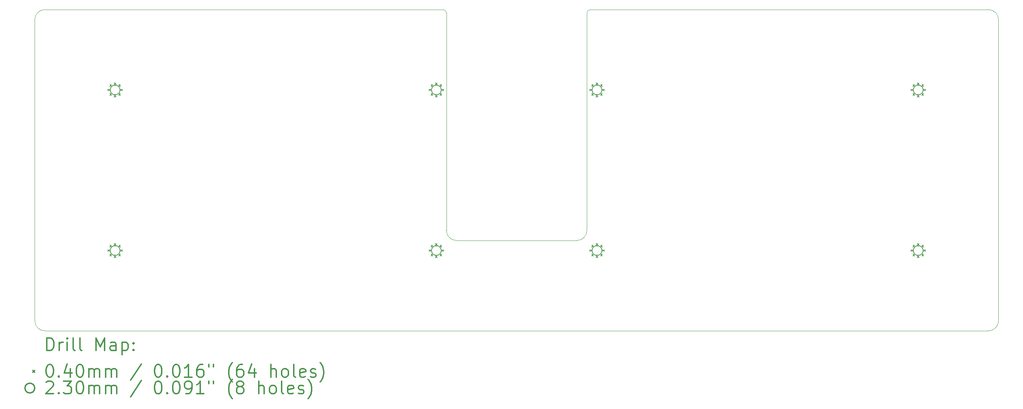
<source format=gbr>
%FSLAX45Y45*%
G04 Gerber Fmt 4.5, Leading zero omitted, Abs format (unit mm)*
G04 Created by KiCad (PCBNEW 5.1.9+dfsg1-1) date 2022-03-28 15:57:16*
%MOMM*%
%LPD*%
G01*
G04 APERTURE LIST*
%TA.AperFunction,Profile*%
%ADD10C,0.050000*%
%TD*%
%ADD11C,0.200000*%
%ADD12C,0.300000*%
G04 APERTURE END LIST*
D10*
X17145000Y-3175000D02*
X17303750Y-3175000D01*
X17065625Y-3413125D02*
X17065625Y-3254375D01*
X17065625Y-3254375D02*
G75*
G02*
X17145000Y-3175000I79375J0D01*
G01*
X13652500Y-3175000D02*
X13493750Y-3175000D01*
X13731875Y-3413125D02*
X13731875Y-3254375D01*
X13652500Y-3175000D02*
G75*
G02*
X13731875Y-3254375I0J-79375D01*
G01*
X17303750Y-3175000D02*
X26590625Y-3175000D01*
X17065625Y-8413750D02*
X17065625Y-3413125D01*
X13970000Y-8651875D02*
X16827500Y-8651875D01*
X13731875Y-3413125D02*
X13731875Y-8413750D01*
X4206875Y-3175000D02*
X13493750Y-3175000D01*
X26828750Y-3413125D02*
X26828750Y-10556875D01*
X3968750Y-10556875D02*
X3968750Y-3413125D01*
X26590625Y-10795000D02*
X4206875Y-10795000D01*
X26828750Y-10556875D02*
G75*
G02*
X26590625Y-10795000I-238125J0D01*
G01*
X26590625Y-3175000D02*
G75*
G02*
X26828750Y-3413125I0J-238125D01*
G01*
X17065625Y-8413750D02*
G75*
G02*
X16827500Y-8651875I-238125J0D01*
G01*
X13970000Y-8651875D02*
G75*
G02*
X13731875Y-8413750I0J238125D01*
G01*
X4206875Y-10795000D02*
G75*
G02*
X3968750Y-10556875I0J238125D01*
G01*
X3968750Y-3413125D02*
G75*
G02*
X4206875Y-3175000I238125J0D01*
G01*
D11*
X5703750Y-5060000D02*
X5743750Y-5100000D01*
X5743750Y-5060000D02*
X5703750Y-5100000D01*
X5703750Y-8870000D02*
X5743750Y-8910000D01*
X5743750Y-8870000D02*
X5703750Y-8910000D01*
X5747750Y-4954000D02*
X5787750Y-4994000D01*
X5787750Y-4954000D02*
X5747750Y-4994000D01*
X5747750Y-5166000D02*
X5787750Y-5206000D01*
X5787750Y-5166000D02*
X5747750Y-5206000D01*
X5747750Y-8764000D02*
X5787750Y-8804000D01*
X5787750Y-8764000D02*
X5747750Y-8804000D01*
X5747750Y-8976000D02*
X5787750Y-9016000D01*
X5787750Y-8976000D02*
X5747750Y-9016000D01*
X5853750Y-4910000D02*
X5893750Y-4950000D01*
X5893750Y-4910000D02*
X5853750Y-4950000D01*
X5853750Y-5210000D02*
X5893750Y-5250000D01*
X5893750Y-5210000D02*
X5853750Y-5250000D01*
X5853750Y-8720000D02*
X5893750Y-8760000D01*
X5893750Y-8720000D02*
X5853750Y-8760000D01*
X5853750Y-9020000D02*
X5893750Y-9060000D01*
X5893750Y-9020000D02*
X5853750Y-9060000D01*
X5959750Y-4954000D02*
X5999750Y-4994000D01*
X5999750Y-4954000D02*
X5959750Y-4994000D01*
X5959750Y-5166000D02*
X5999750Y-5206000D01*
X5999750Y-5166000D02*
X5959750Y-5206000D01*
X5959750Y-8764000D02*
X5999750Y-8804000D01*
X5999750Y-8764000D02*
X5959750Y-8804000D01*
X5959750Y-8976000D02*
X5999750Y-9016000D01*
X5999750Y-8976000D02*
X5959750Y-9016000D01*
X6003750Y-5060000D02*
X6043750Y-5100000D01*
X6043750Y-5060000D02*
X6003750Y-5100000D01*
X6003750Y-8870000D02*
X6043750Y-8910000D01*
X6043750Y-8870000D02*
X6003750Y-8910000D01*
X13323750Y-5060000D02*
X13363750Y-5100000D01*
X13363750Y-5060000D02*
X13323750Y-5100000D01*
X13323750Y-8870000D02*
X13363750Y-8910000D01*
X13363750Y-8870000D02*
X13323750Y-8910000D01*
X13367750Y-4954000D02*
X13407750Y-4994000D01*
X13407750Y-4954000D02*
X13367750Y-4994000D01*
X13367750Y-5166000D02*
X13407750Y-5206000D01*
X13407750Y-5166000D02*
X13367750Y-5206000D01*
X13367750Y-8764000D02*
X13407750Y-8804000D01*
X13407750Y-8764000D02*
X13367750Y-8804000D01*
X13367750Y-8976000D02*
X13407750Y-9016000D01*
X13407750Y-8976000D02*
X13367750Y-9016000D01*
X13473750Y-4910000D02*
X13513750Y-4950000D01*
X13513750Y-4910000D02*
X13473750Y-4950000D01*
X13473750Y-5210000D02*
X13513750Y-5250000D01*
X13513750Y-5210000D02*
X13473750Y-5250000D01*
X13473750Y-8720000D02*
X13513750Y-8760000D01*
X13513750Y-8720000D02*
X13473750Y-8760000D01*
X13473750Y-9020000D02*
X13513750Y-9060000D01*
X13513750Y-9020000D02*
X13473750Y-9060000D01*
X13579750Y-4954000D02*
X13619750Y-4994000D01*
X13619750Y-4954000D02*
X13579750Y-4994000D01*
X13579750Y-5166000D02*
X13619750Y-5206000D01*
X13619750Y-5166000D02*
X13579750Y-5206000D01*
X13579750Y-8764000D02*
X13619750Y-8804000D01*
X13619750Y-8764000D02*
X13579750Y-8804000D01*
X13579750Y-8976000D02*
X13619750Y-9016000D01*
X13619750Y-8976000D02*
X13579750Y-9016000D01*
X13623750Y-5060000D02*
X13663750Y-5100000D01*
X13663750Y-5060000D02*
X13623750Y-5100000D01*
X13623750Y-8870000D02*
X13663750Y-8910000D01*
X13663750Y-8870000D02*
X13623750Y-8910000D01*
X17133750Y-5060000D02*
X17173750Y-5100000D01*
X17173750Y-5060000D02*
X17133750Y-5100000D01*
X17133750Y-8870000D02*
X17173750Y-8910000D01*
X17173750Y-8870000D02*
X17133750Y-8910000D01*
X17177750Y-4954000D02*
X17217750Y-4994000D01*
X17217750Y-4954000D02*
X17177750Y-4994000D01*
X17177750Y-5166000D02*
X17217750Y-5206000D01*
X17217750Y-5166000D02*
X17177750Y-5206000D01*
X17177750Y-8764000D02*
X17217750Y-8804000D01*
X17217750Y-8764000D02*
X17177750Y-8804000D01*
X17177750Y-8976000D02*
X17217750Y-9016000D01*
X17217750Y-8976000D02*
X17177750Y-9016000D01*
X17283750Y-4910000D02*
X17323750Y-4950000D01*
X17323750Y-4910000D02*
X17283750Y-4950000D01*
X17283750Y-5210000D02*
X17323750Y-5250000D01*
X17323750Y-5210000D02*
X17283750Y-5250000D01*
X17283750Y-8720000D02*
X17323750Y-8760000D01*
X17323750Y-8720000D02*
X17283750Y-8760000D01*
X17283750Y-9020000D02*
X17323750Y-9060000D01*
X17323750Y-9020000D02*
X17283750Y-9060000D01*
X17389750Y-4954000D02*
X17429750Y-4994000D01*
X17429750Y-4954000D02*
X17389750Y-4994000D01*
X17389750Y-5166000D02*
X17429750Y-5206000D01*
X17429750Y-5166000D02*
X17389750Y-5206000D01*
X17389750Y-8764000D02*
X17429750Y-8804000D01*
X17429750Y-8764000D02*
X17389750Y-8804000D01*
X17389750Y-8976000D02*
X17429750Y-9016000D01*
X17429750Y-8976000D02*
X17389750Y-9016000D01*
X17433750Y-5060000D02*
X17473750Y-5100000D01*
X17473750Y-5060000D02*
X17433750Y-5100000D01*
X17433750Y-8870000D02*
X17473750Y-8910000D01*
X17473750Y-8870000D02*
X17433750Y-8910000D01*
X24753750Y-5060000D02*
X24793750Y-5100000D01*
X24793750Y-5060000D02*
X24753750Y-5100000D01*
X24753750Y-8870000D02*
X24793750Y-8910000D01*
X24793750Y-8870000D02*
X24753750Y-8910000D01*
X24797750Y-4954000D02*
X24837750Y-4994000D01*
X24837750Y-4954000D02*
X24797750Y-4994000D01*
X24797750Y-5166000D02*
X24837750Y-5206000D01*
X24837750Y-5166000D02*
X24797750Y-5206000D01*
X24797750Y-8764000D02*
X24837750Y-8804000D01*
X24837750Y-8764000D02*
X24797750Y-8804000D01*
X24797750Y-8976000D02*
X24837750Y-9016000D01*
X24837750Y-8976000D02*
X24797750Y-9016000D01*
X24903750Y-4910000D02*
X24943750Y-4950000D01*
X24943750Y-4910000D02*
X24903750Y-4950000D01*
X24903750Y-5210000D02*
X24943750Y-5250000D01*
X24943750Y-5210000D02*
X24903750Y-5250000D01*
X24903750Y-8720000D02*
X24943750Y-8760000D01*
X24943750Y-8720000D02*
X24903750Y-8760000D01*
X24903750Y-9020000D02*
X24943750Y-9060000D01*
X24943750Y-9020000D02*
X24903750Y-9060000D01*
X25009750Y-4954000D02*
X25049750Y-4994000D01*
X25049750Y-4954000D02*
X25009750Y-4994000D01*
X25009750Y-5166000D02*
X25049750Y-5206000D01*
X25049750Y-5166000D02*
X25009750Y-5206000D01*
X25009750Y-8764000D02*
X25049750Y-8804000D01*
X25049750Y-8764000D02*
X25009750Y-8804000D01*
X25009750Y-8976000D02*
X25049750Y-9016000D01*
X25049750Y-8976000D02*
X25009750Y-9016000D01*
X25053750Y-5060000D02*
X25093750Y-5100000D01*
X25093750Y-5060000D02*
X25053750Y-5100000D01*
X25053750Y-8870000D02*
X25093750Y-8910000D01*
X25093750Y-8870000D02*
X25053750Y-8910000D01*
X5988750Y-5080000D02*
G75*
G03*
X5988750Y-5080000I-115000J0D01*
G01*
X5988750Y-8890000D02*
G75*
G03*
X5988750Y-8890000I-115000J0D01*
G01*
X13608750Y-5080000D02*
G75*
G03*
X13608750Y-5080000I-115000J0D01*
G01*
X13608750Y-8890000D02*
G75*
G03*
X13608750Y-8890000I-115000J0D01*
G01*
X17418750Y-5080000D02*
G75*
G03*
X17418750Y-5080000I-115000J0D01*
G01*
X17418750Y-8890000D02*
G75*
G03*
X17418750Y-8890000I-115000J0D01*
G01*
X25038750Y-5080000D02*
G75*
G03*
X25038750Y-5080000I-115000J0D01*
G01*
X25038750Y-8890000D02*
G75*
G03*
X25038750Y-8890000I-115000J0D01*
G01*
D12*
X4252678Y-11263214D02*
X4252678Y-10963214D01*
X4324107Y-10963214D01*
X4366964Y-10977500D01*
X4395536Y-11006072D01*
X4409821Y-11034643D01*
X4424107Y-11091786D01*
X4424107Y-11134643D01*
X4409821Y-11191786D01*
X4395536Y-11220357D01*
X4366964Y-11248929D01*
X4324107Y-11263214D01*
X4252678Y-11263214D01*
X4552678Y-11263214D02*
X4552678Y-11063214D01*
X4552678Y-11120357D02*
X4566964Y-11091786D01*
X4581250Y-11077500D01*
X4609821Y-11063214D01*
X4638393Y-11063214D01*
X4738393Y-11263214D02*
X4738393Y-11063214D01*
X4738393Y-10963214D02*
X4724107Y-10977500D01*
X4738393Y-10991786D01*
X4752678Y-10977500D01*
X4738393Y-10963214D01*
X4738393Y-10991786D01*
X4924107Y-11263214D02*
X4895536Y-11248929D01*
X4881250Y-11220357D01*
X4881250Y-10963214D01*
X5081250Y-11263214D02*
X5052678Y-11248929D01*
X5038393Y-11220357D01*
X5038393Y-10963214D01*
X5424107Y-11263214D02*
X5424107Y-10963214D01*
X5524107Y-11177500D01*
X5624107Y-10963214D01*
X5624107Y-11263214D01*
X5895536Y-11263214D02*
X5895536Y-11106072D01*
X5881250Y-11077500D01*
X5852678Y-11063214D01*
X5795536Y-11063214D01*
X5766964Y-11077500D01*
X5895536Y-11248929D02*
X5866964Y-11263214D01*
X5795536Y-11263214D01*
X5766964Y-11248929D01*
X5752678Y-11220357D01*
X5752678Y-11191786D01*
X5766964Y-11163214D01*
X5795536Y-11148929D01*
X5866964Y-11148929D01*
X5895536Y-11134643D01*
X6038393Y-11063214D02*
X6038393Y-11363214D01*
X6038393Y-11077500D02*
X6066964Y-11063214D01*
X6124107Y-11063214D01*
X6152678Y-11077500D01*
X6166964Y-11091786D01*
X6181250Y-11120357D01*
X6181250Y-11206071D01*
X6166964Y-11234643D01*
X6152678Y-11248929D01*
X6124107Y-11263214D01*
X6066964Y-11263214D01*
X6038393Y-11248929D01*
X6309821Y-11234643D02*
X6324107Y-11248929D01*
X6309821Y-11263214D01*
X6295536Y-11248929D01*
X6309821Y-11234643D01*
X6309821Y-11263214D01*
X6309821Y-11077500D02*
X6324107Y-11091786D01*
X6309821Y-11106072D01*
X6295536Y-11091786D01*
X6309821Y-11077500D01*
X6309821Y-11106072D01*
X3926250Y-11737500D02*
X3966250Y-11777500D01*
X3966250Y-11737500D02*
X3926250Y-11777500D01*
X4309821Y-11593214D02*
X4338393Y-11593214D01*
X4366964Y-11607500D01*
X4381250Y-11621786D01*
X4395536Y-11650357D01*
X4409821Y-11707500D01*
X4409821Y-11778929D01*
X4395536Y-11836071D01*
X4381250Y-11864643D01*
X4366964Y-11878929D01*
X4338393Y-11893214D01*
X4309821Y-11893214D01*
X4281250Y-11878929D01*
X4266964Y-11864643D01*
X4252678Y-11836071D01*
X4238393Y-11778929D01*
X4238393Y-11707500D01*
X4252678Y-11650357D01*
X4266964Y-11621786D01*
X4281250Y-11607500D01*
X4309821Y-11593214D01*
X4538393Y-11864643D02*
X4552678Y-11878929D01*
X4538393Y-11893214D01*
X4524107Y-11878929D01*
X4538393Y-11864643D01*
X4538393Y-11893214D01*
X4809821Y-11693214D02*
X4809821Y-11893214D01*
X4738393Y-11578929D02*
X4666964Y-11793214D01*
X4852678Y-11793214D01*
X5024107Y-11593214D02*
X5052678Y-11593214D01*
X5081250Y-11607500D01*
X5095536Y-11621786D01*
X5109821Y-11650357D01*
X5124107Y-11707500D01*
X5124107Y-11778929D01*
X5109821Y-11836071D01*
X5095536Y-11864643D01*
X5081250Y-11878929D01*
X5052678Y-11893214D01*
X5024107Y-11893214D01*
X4995536Y-11878929D01*
X4981250Y-11864643D01*
X4966964Y-11836071D01*
X4952678Y-11778929D01*
X4952678Y-11707500D01*
X4966964Y-11650357D01*
X4981250Y-11621786D01*
X4995536Y-11607500D01*
X5024107Y-11593214D01*
X5252678Y-11893214D02*
X5252678Y-11693214D01*
X5252678Y-11721786D02*
X5266964Y-11707500D01*
X5295536Y-11693214D01*
X5338393Y-11693214D01*
X5366964Y-11707500D01*
X5381250Y-11736071D01*
X5381250Y-11893214D01*
X5381250Y-11736071D02*
X5395536Y-11707500D01*
X5424107Y-11693214D01*
X5466964Y-11693214D01*
X5495536Y-11707500D01*
X5509821Y-11736071D01*
X5509821Y-11893214D01*
X5652678Y-11893214D02*
X5652678Y-11693214D01*
X5652678Y-11721786D02*
X5666964Y-11707500D01*
X5695536Y-11693214D01*
X5738393Y-11693214D01*
X5766964Y-11707500D01*
X5781250Y-11736071D01*
X5781250Y-11893214D01*
X5781250Y-11736071D02*
X5795536Y-11707500D01*
X5824107Y-11693214D01*
X5866964Y-11693214D01*
X5895536Y-11707500D01*
X5909821Y-11736071D01*
X5909821Y-11893214D01*
X6495536Y-11578929D02*
X6238393Y-11964643D01*
X6881250Y-11593214D02*
X6909821Y-11593214D01*
X6938393Y-11607500D01*
X6952678Y-11621786D01*
X6966964Y-11650357D01*
X6981250Y-11707500D01*
X6981250Y-11778929D01*
X6966964Y-11836071D01*
X6952678Y-11864643D01*
X6938393Y-11878929D01*
X6909821Y-11893214D01*
X6881250Y-11893214D01*
X6852678Y-11878929D01*
X6838393Y-11864643D01*
X6824107Y-11836071D01*
X6809821Y-11778929D01*
X6809821Y-11707500D01*
X6824107Y-11650357D01*
X6838393Y-11621786D01*
X6852678Y-11607500D01*
X6881250Y-11593214D01*
X7109821Y-11864643D02*
X7124107Y-11878929D01*
X7109821Y-11893214D01*
X7095536Y-11878929D01*
X7109821Y-11864643D01*
X7109821Y-11893214D01*
X7309821Y-11593214D02*
X7338393Y-11593214D01*
X7366964Y-11607500D01*
X7381250Y-11621786D01*
X7395536Y-11650357D01*
X7409821Y-11707500D01*
X7409821Y-11778929D01*
X7395536Y-11836071D01*
X7381250Y-11864643D01*
X7366964Y-11878929D01*
X7338393Y-11893214D01*
X7309821Y-11893214D01*
X7281250Y-11878929D01*
X7266964Y-11864643D01*
X7252678Y-11836071D01*
X7238393Y-11778929D01*
X7238393Y-11707500D01*
X7252678Y-11650357D01*
X7266964Y-11621786D01*
X7281250Y-11607500D01*
X7309821Y-11593214D01*
X7695536Y-11893214D02*
X7524107Y-11893214D01*
X7609821Y-11893214D02*
X7609821Y-11593214D01*
X7581250Y-11636071D01*
X7552678Y-11664643D01*
X7524107Y-11678929D01*
X7952678Y-11593214D02*
X7895536Y-11593214D01*
X7866964Y-11607500D01*
X7852678Y-11621786D01*
X7824107Y-11664643D01*
X7809821Y-11721786D01*
X7809821Y-11836071D01*
X7824107Y-11864643D01*
X7838393Y-11878929D01*
X7866964Y-11893214D01*
X7924107Y-11893214D01*
X7952678Y-11878929D01*
X7966964Y-11864643D01*
X7981250Y-11836071D01*
X7981250Y-11764643D01*
X7966964Y-11736071D01*
X7952678Y-11721786D01*
X7924107Y-11707500D01*
X7866964Y-11707500D01*
X7838393Y-11721786D01*
X7824107Y-11736071D01*
X7809821Y-11764643D01*
X8095536Y-11593214D02*
X8095536Y-11650357D01*
X8209821Y-11593214D02*
X8209821Y-11650357D01*
X8652678Y-12007500D02*
X8638393Y-11993214D01*
X8609821Y-11950357D01*
X8595536Y-11921786D01*
X8581250Y-11878929D01*
X8566964Y-11807500D01*
X8566964Y-11750357D01*
X8581250Y-11678929D01*
X8595536Y-11636071D01*
X8609821Y-11607500D01*
X8638393Y-11564643D01*
X8652678Y-11550357D01*
X8895536Y-11593214D02*
X8838393Y-11593214D01*
X8809821Y-11607500D01*
X8795536Y-11621786D01*
X8766964Y-11664643D01*
X8752678Y-11721786D01*
X8752678Y-11836071D01*
X8766964Y-11864643D01*
X8781250Y-11878929D01*
X8809821Y-11893214D01*
X8866964Y-11893214D01*
X8895536Y-11878929D01*
X8909821Y-11864643D01*
X8924107Y-11836071D01*
X8924107Y-11764643D01*
X8909821Y-11736071D01*
X8895536Y-11721786D01*
X8866964Y-11707500D01*
X8809821Y-11707500D01*
X8781250Y-11721786D01*
X8766964Y-11736071D01*
X8752678Y-11764643D01*
X9181250Y-11693214D02*
X9181250Y-11893214D01*
X9109821Y-11578929D02*
X9038393Y-11793214D01*
X9224107Y-11793214D01*
X9566964Y-11893214D02*
X9566964Y-11593214D01*
X9695536Y-11893214D02*
X9695536Y-11736071D01*
X9681250Y-11707500D01*
X9652678Y-11693214D01*
X9609821Y-11693214D01*
X9581250Y-11707500D01*
X9566964Y-11721786D01*
X9881250Y-11893214D02*
X9852678Y-11878929D01*
X9838393Y-11864643D01*
X9824107Y-11836071D01*
X9824107Y-11750357D01*
X9838393Y-11721786D01*
X9852678Y-11707500D01*
X9881250Y-11693214D01*
X9924107Y-11693214D01*
X9952678Y-11707500D01*
X9966964Y-11721786D01*
X9981250Y-11750357D01*
X9981250Y-11836071D01*
X9966964Y-11864643D01*
X9952678Y-11878929D01*
X9924107Y-11893214D01*
X9881250Y-11893214D01*
X10152678Y-11893214D02*
X10124107Y-11878929D01*
X10109821Y-11850357D01*
X10109821Y-11593214D01*
X10381250Y-11878929D02*
X10352678Y-11893214D01*
X10295536Y-11893214D01*
X10266964Y-11878929D01*
X10252678Y-11850357D01*
X10252678Y-11736071D01*
X10266964Y-11707500D01*
X10295536Y-11693214D01*
X10352678Y-11693214D01*
X10381250Y-11707500D01*
X10395536Y-11736071D01*
X10395536Y-11764643D01*
X10252678Y-11793214D01*
X10509821Y-11878929D02*
X10538393Y-11893214D01*
X10595536Y-11893214D01*
X10624107Y-11878929D01*
X10638393Y-11850357D01*
X10638393Y-11836071D01*
X10624107Y-11807500D01*
X10595536Y-11793214D01*
X10552678Y-11793214D01*
X10524107Y-11778929D01*
X10509821Y-11750357D01*
X10509821Y-11736071D01*
X10524107Y-11707500D01*
X10552678Y-11693214D01*
X10595536Y-11693214D01*
X10624107Y-11707500D01*
X10738393Y-12007500D02*
X10752678Y-11993214D01*
X10781250Y-11950357D01*
X10795536Y-11921786D01*
X10809821Y-11878929D01*
X10824107Y-11807500D01*
X10824107Y-11750357D01*
X10809821Y-11678929D01*
X10795536Y-11636071D01*
X10781250Y-11607500D01*
X10752678Y-11564643D01*
X10738393Y-11550357D01*
X3966250Y-12153500D02*
G75*
G03*
X3966250Y-12153500I-115000J0D01*
G01*
X4238393Y-12017786D02*
X4252678Y-12003500D01*
X4281250Y-11989214D01*
X4352678Y-11989214D01*
X4381250Y-12003500D01*
X4395536Y-12017786D01*
X4409821Y-12046357D01*
X4409821Y-12074929D01*
X4395536Y-12117786D01*
X4224107Y-12289214D01*
X4409821Y-12289214D01*
X4538393Y-12260643D02*
X4552678Y-12274929D01*
X4538393Y-12289214D01*
X4524107Y-12274929D01*
X4538393Y-12260643D01*
X4538393Y-12289214D01*
X4652678Y-11989214D02*
X4838393Y-11989214D01*
X4738393Y-12103500D01*
X4781250Y-12103500D01*
X4809821Y-12117786D01*
X4824107Y-12132071D01*
X4838393Y-12160643D01*
X4838393Y-12232071D01*
X4824107Y-12260643D01*
X4809821Y-12274929D01*
X4781250Y-12289214D01*
X4695536Y-12289214D01*
X4666964Y-12274929D01*
X4652678Y-12260643D01*
X5024107Y-11989214D02*
X5052678Y-11989214D01*
X5081250Y-12003500D01*
X5095536Y-12017786D01*
X5109821Y-12046357D01*
X5124107Y-12103500D01*
X5124107Y-12174929D01*
X5109821Y-12232071D01*
X5095536Y-12260643D01*
X5081250Y-12274929D01*
X5052678Y-12289214D01*
X5024107Y-12289214D01*
X4995536Y-12274929D01*
X4981250Y-12260643D01*
X4966964Y-12232071D01*
X4952678Y-12174929D01*
X4952678Y-12103500D01*
X4966964Y-12046357D01*
X4981250Y-12017786D01*
X4995536Y-12003500D01*
X5024107Y-11989214D01*
X5252678Y-12289214D02*
X5252678Y-12089214D01*
X5252678Y-12117786D02*
X5266964Y-12103500D01*
X5295536Y-12089214D01*
X5338393Y-12089214D01*
X5366964Y-12103500D01*
X5381250Y-12132071D01*
X5381250Y-12289214D01*
X5381250Y-12132071D02*
X5395536Y-12103500D01*
X5424107Y-12089214D01*
X5466964Y-12089214D01*
X5495536Y-12103500D01*
X5509821Y-12132071D01*
X5509821Y-12289214D01*
X5652678Y-12289214D02*
X5652678Y-12089214D01*
X5652678Y-12117786D02*
X5666964Y-12103500D01*
X5695536Y-12089214D01*
X5738393Y-12089214D01*
X5766964Y-12103500D01*
X5781250Y-12132071D01*
X5781250Y-12289214D01*
X5781250Y-12132071D02*
X5795536Y-12103500D01*
X5824107Y-12089214D01*
X5866964Y-12089214D01*
X5895536Y-12103500D01*
X5909821Y-12132071D01*
X5909821Y-12289214D01*
X6495536Y-11974929D02*
X6238393Y-12360643D01*
X6881250Y-11989214D02*
X6909821Y-11989214D01*
X6938393Y-12003500D01*
X6952678Y-12017786D01*
X6966964Y-12046357D01*
X6981250Y-12103500D01*
X6981250Y-12174929D01*
X6966964Y-12232071D01*
X6952678Y-12260643D01*
X6938393Y-12274929D01*
X6909821Y-12289214D01*
X6881250Y-12289214D01*
X6852678Y-12274929D01*
X6838393Y-12260643D01*
X6824107Y-12232071D01*
X6809821Y-12174929D01*
X6809821Y-12103500D01*
X6824107Y-12046357D01*
X6838393Y-12017786D01*
X6852678Y-12003500D01*
X6881250Y-11989214D01*
X7109821Y-12260643D02*
X7124107Y-12274929D01*
X7109821Y-12289214D01*
X7095536Y-12274929D01*
X7109821Y-12260643D01*
X7109821Y-12289214D01*
X7309821Y-11989214D02*
X7338393Y-11989214D01*
X7366964Y-12003500D01*
X7381250Y-12017786D01*
X7395536Y-12046357D01*
X7409821Y-12103500D01*
X7409821Y-12174929D01*
X7395536Y-12232071D01*
X7381250Y-12260643D01*
X7366964Y-12274929D01*
X7338393Y-12289214D01*
X7309821Y-12289214D01*
X7281250Y-12274929D01*
X7266964Y-12260643D01*
X7252678Y-12232071D01*
X7238393Y-12174929D01*
X7238393Y-12103500D01*
X7252678Y-12046357D01*
X7266964Y-12017786D01*
X7281250Y-12003500D01*
X7309821Y-11989214D01*
X7552678Y-12289214D02*
X7609821Y-12289214D01*
X7638393Y-12274929D01*
X7652678Y-12260643D01*
X7681250Y-12217786D01*
X7695536Y-12160643D01*
X7695536Y-12046357D01*
X7681250Y-12017786D01*
X7666964Y-12003500D01*
X7638393Y-11989214D01*
X7581250Y-11989214D01*
X7552678Y-12003500D01*
X7538393Y-12017786D01*
X7524107Y-12046357D01*
X7524107Y-12117786D01*
X7538393Y-12146357D01*
X7552678Y-12160643D01*
X7581250Y-12174929D01*
X7638393Y-12174929D01*
X7666964Y-12160643D01*
X7681250Y-12146357D01*
X7695536Y-12117786D01*
X7981250Y-12289214D02*
X7809821Y-12289214D01*
X7895536Y-12289214D02*
X7895536Y-11989214D01*
X7866964Y-12032071D01*
X7838393Y-12060643D01*
X7809821Y-12074929D01*
X8095536Y-11989214D02*
X8095536Y-12046357D01*
X8209821Y-11989214D02*
X8209821Y-12046357D01*
X8652678Y-12403500D02*
X8638393Y-12389214D01*
X8609821Y-12346357D01*
X8595536Y-12317786D01*
X8581250Y-12274929D01*
X8566964Y-12203500D01*
X8566964Y-12146357D01*
X8581250Y-12074929D01*
X8595536Y-12032071D01*
X8609821Y-12003500D01*
X8638393Y-11960643D01*
X8652678Y-11946357D01*
X8809821Y-12117786D02*
X8781250Y-12103500D01*
X8766964Y-12089214D01*
X8752678Y-12060643D01*
X8752678Y-12046357D01*
X8766964Y-12017786D01*
X8781250Y-12003500D01*
X8809821Y-11989214D01*
X8866964Y-11989214D01*
X8895536Y-12003500D01*
X8909821Y-12017786D01*
X8924107Y-12046357D01*
X8924107Y-12060643D01*
X8909821Y-12089214D01*
X8895536Y-12103500D01*
X8866964Y-12117786D01*
X8809821Y-12117786D01*
X8781250Y-12132071D01*
X8766964Y-12146357D01*
X8752678Y-12174929D01*
X8752678Y-12232071D01*
X8766964Y-12260643D01*
X8781250Y-12274929D01*
X8809821Y-12289214D01*
X8866964Y-12289214D01*
X8895536Y-12274929D01*
X8909821Y-12260643D01*
X8924107Y-12232071D01*
X8924107Y-12174929D01*
X8909821Y-12146357D01*
X8895536Y-12132071D01*
X8866964Y-12117786D01*
X9281250Y-12289214D02*
X9281250Y-11989214D01*
X9409821Y-12289214D02*
X9409821Y-12132071D01*
X9395536Y-12103500D01*
X9366964Y-12089214D01*
X9324107Y-12089214D01*
X9295536Y-12103500D01*
X9281250Y-12117786D01*
X9595536Y-12289214D02*
X9566964Y-12274929D01*
X9552678Y-12260643D01*
X9538393Y-12232071D01*
X9538393Y-12146357D01*
X9552678Y-12117786D01*
X9566964Y-12103500D01*
X9595536Y-12089214D01*
X9638393Y-12089214D01*
X9666964Y-12103500D01*
X9681250Y-12117786D01*
X9695536Y-12146357D01*
X9695536Y-12232071D01*
X9681250Y-12260643D01*
X9666964Y-12274929D01*
X9638393Y-12289214D01*
X9595536Y-12289214D01*
X9866964Y-12289214D02*
X9838393Y-12274929D01*
X9824107Y-12246357D01*
X9824107Y-11989214D01*
X10095536Y-12274929D02*
X10066964Y-12289214D01*
X10009821Y-12289214D01*
X9981250Y-12274929D01*
X9966964Y-12246357D01*
X9966964Y-12132071D01*
X9981250Y-12103500D01*
X10009821Y-12089214D01*
X10066964Y-12089214D01*
X10095536Y-12103500D01*
X10109821Y-12132071D01*
X10109821Y-12160643D01*
X9966964Y-12189214D01*
X10224107Y-12274929D02*
X10252678Y-12289214D01*
X10309821Y-12289214D01*
X10338393Y-12274929D01*
X10352678Y-12246357D01*
X10352678Y-12232071D01*
X10338393Y-12203500D01*
X10309821Y-12189214D01*
X10266964Y-12189214D01*
X10238393Y-12174929D01*
X10224107Y-12146357D01*
X10224107Y-12132071D01*
X10238393Y-12103500D01*
X10266964Y-12089214D01*
X10309821Y-12089214D01*
X10338393Y-12103500D01*
X10452678Y-12403500D02*
X10466964Y-12389214D01*
X10495536Y-12346357D01*
X10509821Y-12317786D01*
X10524107Y-12274929D01*
X10538393Y-12203500D01*
X10538393Y-12146357D01*
X10524107Y-12074929D01*
X10509821Y-12032071D01*
X10495536Y-12003500D01*
X10466964Y-11960643D01*
X10452678Y-11946357D01*
M02*

</source>
